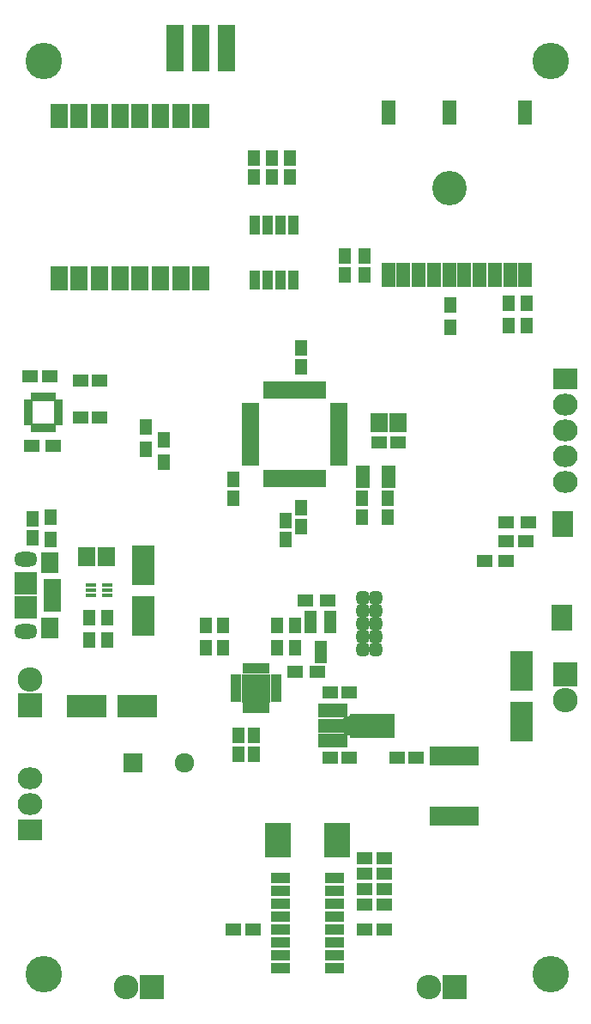
<source format=gbr>
G04 #@! TF.FileFunction,Soldermask,Top*
%FSLAX46Y46*%
G04 Gerber Fmt 4.6, Leading zero omitted, Abs format (unit mm)*
G04 Created by KiCad (PCBNEW 4.0.2-stable) date Sunday, 15 May 2016 11:48:40 pm*
%MOMM*%
G01*
G04 APERTURE LIST*
%ADD10C,0.100000*%
%ADD11R,1.600000X1.150000*%
%ADD12R,1.150000X1.600000*%
%ADD13R,2.600000X3.400000*%
%ADD14R,1.142400X0.452400*%
%ADD15R,1.670000X4.600000*%
%ADD16R,1.700000X1.900000*%
%ADD17C,3.600000*%
%ADD18R,1.800000X0.800000*%
%ADD19R,1.800000X2.000000*%
%ADD20R,2.300000X2.300000*%
%ADD21O,2.300000X1.450000*%
%ADD22O,1.450000X1.450000*%
%ADD23R,1.200100X2.200860*%
%ADD24R,1.600000X1.300000*%
%ADD25R,1.300000X1.600000*%
%ADD26R,2.000000X2.580000*%
%ADD27R,1.700000X0.650000*%
%ADD28R,0.650000X1.700000*%
%ADD29R,1.000000X1.950000*%
%ADD30R,1.700000X2.400000*%
%ADD31R,1.130000X0.700000*%
%ADD32R,0.700000X1.130000*%
%ADD33R,1.650000X1.650000*%
%ADD34R,0.850000X1.850000*%
%ADD35R,2.901900X1.400760*%
%ADD36R,4.400500X2.398980*%
%ADD37R,1.900000X1.000000*%
%ADD38R,1.400000X2.200000*%
%ADD39R,1.400000X2.400000*%
%ADD40C,3.400000*%
%ADD41R,2.200860X3.900120*%
%ADD42R,3.900120X2.200860*%
%ADD43R,1.924000X1.924000*%
%ADD44C,1.924000*%
%ADD45R,2.432000X2.127200*%
%ADD46O,2.432000X2.127200*%
%ADD47R,2.432000X2.432000*%
%ADD48O,2.432000X2.432000*%
%ADD49R,0.950000X0.600000*%
%ADD50R,0.600000X0.950000*%
G04 APERTURE END LIST*
D10*
D11*
X85156000Y-86868000D03*
X87056000Y-86868000D03*
D12*
X73406000Y-84516000D03*
X73406000Y-82616000D03*
X70866000Y-84516000D03*
X70866000Y-82616000D03*
D11*
X40066000Y-70612000D03*
X38166000Y-70612000D03*
X43119000Y-70993000D03*
X45019000Y-70993000D03*
X43119000Y-74676000D03*
X45019000Y-74676000D03*
D12*
X38354000Y-86548000D03*
X38354000Y-84648000D03*
X71120000Y-60640000D03*
X71120000Y-58740000D03*
X64897000Y-83505000D03*
X64897000Y-85405000D03*
D11*
X72583000Y-77089000D03*
X74483000Y-77089000D03*
D12*
X69215000Y-60640000D03*
X69215000Y-58740000D03*
X63373000Y-84775000D03*
X63373000Y-86675000D03*
X58166000Y-80711000D03*
X58166000Y-82611000D03*
X64897000Y-69657000D03*
X64897000Y-67757000D03*
X60198000Y-105984000D03*
X60198000Y-107884000D03*
X60198000Y-50988000D03*
X60198000Y-49088000D03*
X63754000Y-50988000D03*
X63754000Y-49088000D03*
X61976000Y-50988000D03*
X61976000Y-49088000D03*
X58674000Y-105984000D03*
X58674000Y-107884000D03*
D11*
X71186000Y-121158000D03*
X73086000Y-121158000D03*
X71186000Y-119634000D03*
X73086000Y-119634000D03*
X67757000Y-108204000D03*
X69657000Y-108204000D03*
X71186000Y-118110000D03*
X73086000Y-118110000D03*
X71186000Y-122682000D03*
X73086000Y-122682000D03*
X69657000Y-101727000D03*
X67757000Y-101727000D03*
X71186000Y-125095000D03*
X73086000Y-125095000D03*
X60132000Y-125095000D03*
X58232000Y-125095000D03*
D13*
X68432000Y-116332000D03*
X62632000Y-116332000D03*
D14*
X44153000Y-91194000D03*
X44153000Y-91694000D03*
X44153000Y-92194000D03*
X45763000Y-92194000D03*
X45763000Y-91694000D03*
X45763000Y-91194000D03*
D15*
X54991000Y-38227000D03*
X57491000Y-38227000D03*
X52491000Y-38227000D03*
D16*
X43754000Y-88392000D03*
X45654000Y-88392000D03*
X72583000Y-75184000D03*
X74483000Y-75184000D03*
D17*
X39500000Y-39500000D03*
X89500000Y-39500000D03*
X89500000Y-129500000D03*
X39500000Y-129500000D03*
D18*
X40369000Y-90902000D03*
X40369000Y-91567000D03*
X40369000Y-92202000D03*
X40369000Y-92837000D03*
X40369000Y-93432000D03*
D19*
X40069000Y-89002000D03*
X40069000Y-95402000D03*
D20*
X37719000Y-91002000D03*
X37719000Y-93402000D03*
D21*
X37719000Y-88627000D03*
X37719000Y-95777000D03*
D22*
X70993000Y-92456000D03*
X72263000Y-92456000D03*
X70993000Y-93726000D03*
X72263000Y-93726000D03*
X70993000Y-94996000D03*
X72263000Y-94996000D03*
X70993000Y-96266000D03*
X72263000Y-96266000D03*
X70993000Y-97536000D03*
X72263000Y-97536000D03*
D23*
X67752000Y-94764860D03*
X65852000Y-94764860D03*
X66802000Y-97767140D03*
D24*
X82974000Y-88773000D03*
X85174000Y-88773000D03*
X85133000Y-84963000D03*
X87333000Y-84963000D03*
X38270000Y-77470000D03*
X40470000Y-77470000D03*
D25*
X49530000Y-77808000D03*
X49530000Y-75608000D03*
X51308000Y-79078000D03*
X51308000Y-76878000D03*
X40132000Y-86698000D03*
X40132000Y-84498000D03*
X79629000Y-65743000D03*
X79629000Y-63543000D03*
X85344000Y-65616000D03*
X85344000Y-63416000D03*
X87122000Y-63416000D03*
X87122000Y-65616000D03*
D24*
X67521000Y-92710000D03*
X65321000Y-92710000D03*
X64305000Y-99695000D03*
X66505000Y-99695000D03*
D25*
X62484000Y-97366000D03*
X62484000Y-95166000D03*
X64262000Y-97366000D03*
X64262000Y-95166000D03*
X57150000Y-97366000D03*
X57150000Y-95166000D03*
X55499000Y-97366000D03*
X55499000Y-95166000D03*
D26*
X90675680Y-94391430D03*
X90680320Y-85186570D03*
D27*
X68612000Y-79077000D03*
X68612000Y-78577000D03*
X68612000Y-78077000D03*
X68612000Y-77577000D03*
X68612000Y-77077000D03*
X68612000Y-76577000D03*
X68612000Y-76077000D03*
X68612000Y-75577000D03*
X68612000Y-75077000D03*
X68612000Y-74577000D03*
X68612000Y-74077000D03*
X68612000Y-73577000D03*
D28*
X67012000Y-71977000D03*
X66512000Y-71977000D03*
X66012000Y-71977000D03*
X65512000Y-71977000D03*
X65012000Y-71977000D03*
X64512000Y-71977000D03*
X64012000Y-71977000D03*
X63512000Y-71977000D03*
X63012000Y-71977000D03*
X62512000Y-71977000D03*
X62012000Y-71977000D03*
X61512000Y-71977000D03*
D27*
X59912000Y-73577000D03*
X59912000Y-74077000D03*
X59912000Y-74577000D03*
X59912000Y-75077000D03*
X59912000Y-75577000D03*
X59912000Y-76077000D03*
X59912000Y-76577000D03*
X59912000Y-77077000D03*
X59912000Y-77577000D03*
X59912000Y-78077000D03*
X59912000Y-78577000D03*
X59912000Y-79077000D03*
D28*
X61512000Y-80677000D03*
X62012000Y-80677000D03*
X62512000Y-80677000D03*
X63012000Y-80677000D03*
X63512000Y-80677000D03*
X64012000Y-80677000D03*
X64512000Y-80677000D03*
X65012000Y-80677000D03*
X65512000Y-80677000D03*
X66012000Y-80677000D03*
X66512000Y-80677000D03*
X67012000Y-80677000D03*
D29*
X60325000Y-61120000D03*
X61595000Y-61120000D03*
X62865000Y-61120000D03*
X64135000Y-61120000D03*
X64135000Y-55720000D03*
X62865000Y-55720000D03*
X61595000Y-55720000D03*
X60325000Y-55720000D03*
D30*
X41006000Y-60959000D03*
X43006000Y-60959000D03*
X45006000Y-60959000D03*
X47006000Y-60959000D03*
X49006000Y-60959000D03*
X51006000Y-60959000D03*
X53006000Y-60959000D03*
X55006000Y-60959000D03*
X55006000Y-44959000D03*
X53006000Y-44959000D03*
X51006000Y-44959000D03*
X49006000Y-44959000D03*
X47006000Y-44959000D03*
X45006000Y-44959000D03*
X43006000Y-44959000D03*
X41006000Y-44959000D03*
D31*
X62417000Y-102346000D03*
X62417000Y-101846000D03*
X62417000Y-101346000D03*
X62417000Y-100846000D03*
X62417000Y-100346000D03*
D32*
X61452000Y-99381000D03*
X60952000Y-99381000D03*
X60452000Y-99381000D03*
X59952000Y-99381000D03*
X59452000Y-99381000D03*
D31*
X58487000Y-100346000D03*
X58487000Y-100846000D03*
X58487000Y-101346000D03*
X58487000Y-101846000D03*
X58487000Y-102346000D03*
D32*
X59452000Y-103311000D03*
X59952000Y-103311000D03*
X60452000Y-103311000D03*
X60952000Y-103311000D03*
X61452000Y-103311000D03*
D33*
X59827000Y-100721000D03*
X59827000Y-101971000D03*
X61077000Y-100721000D03*
X61077000Y-101971000D03*
D34*
X78060000Y-113948000D03*
X78710000Y-113948000D03*
X79360000Y-113948000D03*
X80010000Y-113948000D03*
X80660000Y-113948000D03*
X81310000Y-113948000D03*
X81960000Y-113948000D03*
X81960000Y-108048000D03*
X81310000Y-108048000D03*
X80660000Y-108048000D03*
X80010000Y-108048000D03*
X79360000Y-108048000D03*
X78710000Y-108048000D03*
X78060000Y-108048000D03*
D35*
X68005960Y-103527860D03*
X68005960Y-105029000D03*
X68005960Y-106530140D03*
D36*
X71958200Y-105029000D03*
D10*
G36*
X70183350Y-106229760D02*
X69034050Y-105729380D01*
X69034050Y-104328620D01*
X70183350Y-103828240D01*
X70183350Y-106229760D01*
X70183350Y-106229760D01*
G37*
D37*
X68232000Y-128905000D03*
X68232000Y-127635000D03*
X68232000Y-126365000D03*
X68232000Y-125095000D03*
X68232000Y-123825000D03*
X68232000Y-122555000D03*
X68232000Y-121285000D03*
X68232000Y-120015000D03*
X62832000Y-120015000D03*
X62832000Y-121285000D03*
X62832000Y-122555000D03*
X62832000Y-123825000D03*
X62832000Y-125095000D03*
X62832000Y-126365000D03*
X62832000Y-127635000D03*
X62832000Y-128905000D03*
D38*
X73513000Y-80492600D03*
X71013000Y-80492600D03*
D39*
X79514000Y-60578000D03*
X81014000Y-60578000D03*
X82514000Y-60578000D03*
X84014000Y-60578000D03*
X85514000Y-60578000D03*
X87014000Y-60578000D03*
X78014000Y-60578000D03*
X76514000Y-60578000D03*
X75014000Y-60578000D03*
X73514000Y-60578000D03*
X73514000Y-44578000D03*
X87014000Y-44578000D03*
X79514000Y-44578000D03*
D40*
X79514000Y-52078000D03*
D11*
X74361000Y-108204000D03*
X76261000Y-108204000D03*
D25*
X43942000Y-94404000D03*
X43942000Y-96604000D03*
X45720000Y-96604000D03*
X45720000Y-94404000D03*
D41*
X49276000Y-94193360D03*
X49276000Y-89194640D03*
D42*
X48727360Y-103124000D03*
X43728640Y-103124000D03*
D41*
X86614000Y-104607360D03*
X86614000Y-99608640D03*
D43*
X48260000Y-108712000D03*
D44*
X53340000Y-108712000D03*
D45*
X90932000Y-70866000D03*
D46*
X90932000Y-73406000D03*
X90932000Y-75946000D03*
X90932000Y-78486000D03*
X90932000Y-81026000D03*
D47*
X38100000Y-103000000D03*
D48*
X38100000Y-100460000D03*
D47*
X90932000Y-100000000D03*
D48*
X90932000Y-102540000D03*
D45*
X38100000Y-115316000D03*
D46*
X38100000Y-112776000D03*
X38100000Y-110236000D03*
D47*
X50165000Y-130810000D03*
D48*
X47625000Y-130810000D03*
D47*
X80010000Y-130810000D03*
D48*
X77470000Y-130810000D03*
D49*
X40951500Y-75154500D03*
X40951500Y-74754500D03*
X40951500Y-74354500D03*
X40951500Y-73954500D03*
X40951500Y-73554500D03*
X40951500Y-73154500D03*
D50*
X40451500Y-72654500D03*
X40051500Y-72654500D03*
X39651500Y-72654500D03*
X39251500Y-72654500D03*
X38851500Y-72654500D03*
X38451500Y-72654500D03*
D49*
X37951500Y-73154500D03*
X37951500Y-73554500D03*
X37951500Y-73954500D03*
X37951500Y-74354500D03*
X37951500Y-74754500D03*
X37951500Y-75154500D03*
D50*
X38451500Y-75654500D03*
X38851500Y-75654500D03*
X39251500Y-75654500D03*
X39651500Y-75654500D03*
X40051500Y-75654500D03*
X40451500Y-75654500D03*
M02*

</source>
